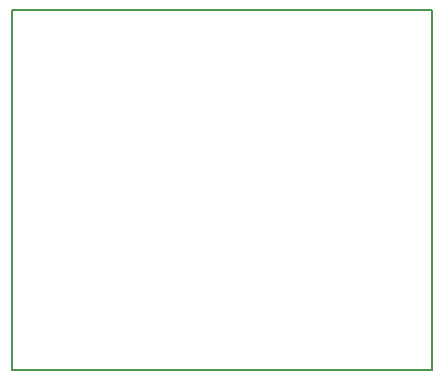
<source format=gm1>
%TF.GenerationSoftware,KiCad,Pcbnew,(6.0.5)*%
%TF.CreationDate,2022-05-28T22:26:29+02:00*%
%TF.ProjectId,KitchenWeight,4b697463-6865-46e5-9765-696768742e6b,rev?*%
%TF.SameCoordinates,Original*%
%TF.FileFunction,Profile,NP*%
%FSLAX46Y46*%
G04 Gerber Fmt 4.6, Leading zero omitted, Abs format (unit mm)*
G04 Created by KiCad (PCBNEW (6.0.5)) date 2022-05-28 22:26:29*
%MOMM*%
%LPD*%
G01*
G04 APERTURE LIST*
%TA.AperFunction,Profile*%
%ADD10C,0.200000*%
%TD*%
G04 APERTURE END LIST*
D10*
X88900000Y-25400000D02*
X124460000Y-25400000D01*
X124460000Y-25400000D02*
X124460000Y-55880000D01*
X124460000Y-55880000D02*
X88900000Y-55880000D01*
X88900000Y-55880000D02*
X88900000Y-25400000D01*
M02*

</source>
